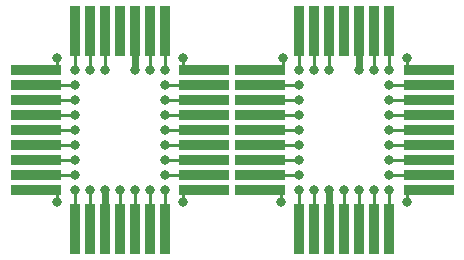
<source format=gbr>
G04 EAGLE Gerber RS-274X export*
G75*
%MOMM*%
%FSLAX34Y34*%
%LPD*%
%INBottom Copper*%
%IPPOS*%
%AMOC8*
5,1,8,0,0,1.08239X$1,22.5*%
G01*
%ADD10R,0.900000X4.200000*%
%ADD11R,4.200000X0.900000*%
%ADD12C,0.254000*%
%ADD13C,0.806400*%
%ADD14C,0.609600*%


D10*
X291600Y198050D03*
X304300Y198050D03*
X317000Y198050D03*
X329700Y198050D03*
D11*
X362850Y165100D03*
X362850Y152400D03*
X362850Y139700D03*
X362850Y127000D03*
X362850Y114300D03*
X362850Y101600D03*
X362850Y88900D03*
X362850Y76200D03*
X362850Y63500D03*
D10*
X329700Y30550D03*
X317000Y30550D03*
X304300Y30550D03*
X291600Y30550D03*
X278900Y30550D03*
X266200Y30550D03*
X253500Y30550D03*
D11*
X220350Y63500D03*
X220350Y76200D03*
X220350Y88900D03*
X220350Y101600D03*
X220350Y114300D03*
X220350Y127000D03*
X220350Y139700D03*
X220350Y152400D03*
X220350Y165100D03*
D10*
X253500Y198050D03*
X266200Y198050D03*
X278900Y198050D03*
X101600Y198050D03*
X114300Y198050D03*
X127000Y198050D03*
X139700Y198050D03*
D11*
X172850Y165100D03*
X172850Y152400D03*
X172850Y139700D03*
X172850Y127000D03*
X172850Y114300D03*
X172850Y101600D03*
X172850Y88900D03*
X172850Y76200D03*
X172850Y63500D03*
D10*
X139700Y30550D03*
X127000Y30550D03*
X114300Y30550D03*
X101600Y30550D03*
X88900Y30550D03*
X76200Y30550D03*
X63500Y30550D03*
D11*
X30350Y63500D03*
X30350Y76200D03*
X30350Y88900D03*
X30350Y101600D03*
X30350Y114300D03*
X30350Y127000D03*
X30350Y139700D03*
X30350Y152400D03*
X30350Y165100D03*
D10*
X63500Y198050D03*
X76200Y198050D03*
X88900Y198050D03*
D12*
X278900Y198050D02*
X278900Y165108D01*
X278892Y165100D01*
D13*
X278892Y165100D03*
D12*
X266200Y165108D02*
X266200Y198050D01*
X266200Y165108D02*
X266192Y165100D01*
D13*
X266192Y165100D03*
D12*
X253500Y165108D02*
X253500Y198050D01*
X253500Y165108D02*
X253492Y165100D01*
D13*
X253492Y165100D03*
X239268Y175260D03*
D12*
X239268Y164592D01*
X220858Y164592D01*
X220350Y165100D01*
X220350Y152400D02*
X253492Y152400D01*
D13*
X253492Y152400D03*
D12*
X253492Y139700D02*
X220350Y139700D01*
D13*
X253492Y139700D03*
D12*
X253492Y127000D02*
X220350Y127000D01*
D13*
X253492Y127000D03*
D12*
X253492Y114300D02*
X220350Y114300D01*
D13*
X253492Y114300D03*
D12*
X253492Y101600D02*
X220350Y101600D01*
D13*
X253492Y101600D03*
D12*
X253492Y88900D02*
X220350Y88900D01*
D13*
X253492Y88900D03*
D12*
X253492Y76200D02*
X220350Y76200D01*
D13*
X253492Y76200D03*
X238252Y53340D03*
D12*
X238252Y62484D01*
X238760Y62992D01*
X238252Y63500D01*
X220350Y63500D01*
X253500Y63492D02*
X253500Y30550D01*
X253500Y63492D02*
X253492Y63500D01*
D13*
X253492Y63500D03*
D12*
X266192Y30558D02*
X266200Y30550D01*
X266192Y30558D02*
X266192Y63500D01*
D13*
X266192Y63500D03*
D12*
X291600Y63492D02*
X291600Y30550D01*
X291600Y63492D02*
X291592Y63500D01*
D13*
X291592Y63500D03*
D12*
X304300Y63492D02*
X304300Y30550D01*
X304300Y63492D02*
X304292Y63500D01*
D13*
X304292Y63500D03*
D12*
X317000Y63492D02*
X317000Y30550D01*
X317000Y63492D02*
X316992Y63500D01*
D13*
X316992Y63500D03*
D12*
X329700Y63492D02*
X329700Y30550D01*
X329700Y63492D02*
X329692Y63500D01*
D13*
X329692Y63500D03*
X344932Y53340D03*
D12*
X344932Y62992D01*
X345440Y63500D01*
X362850Y63500D01*
X362850Y76200D02*
X329692Y76200D01*
D13*
X329692Y76200D03*
D12*
X329692Y88900D02*
X362850Y88900D01*
D13*
X329692Y88900D03*
D12*
X329692Y101600D02*
X362850Y101600D01*
D13*
X329692Y101600D03*
D12*
X329692Y114300D02*
X362850Y114300D01*
D13*
X329692Y114300D03*
D12*
X329692Y127000D02*
X362850Y127000D01*
D13*
X329692Y127000D03*
D12*
X329692Y139700D02*
X362850Y139700D01*
D13*
X329692Y139700D03*
D12*
X329692Y152400D02*
X362850Y152400D01*
D13*
X329692Y152400D03*
X344932Y175260D03*
D12*
X344932Y164592D01*
X362342Y164592D01*
X362850Y165100D01*
X329700Y165108D02*
X329700Y198050D01*
X329700Y165108D02*
X329692Y165100D01*
D13*
X329692Y165100D03*
D12*
X88900Y165100D02*
X88900Y198050D01*
D13*
X88900Y165100D03*
D12*
X76200Y165100D02*
X76200Y198050D01*
D13*
X76200Y165100D03*
D12*
X63500Y165100D02*
X63500Y198050D01*
D13*
X63500Y165100D03*
X48260Y175260D03*
D12*
X48260Y166370D01*
X46990Y165100D01*
X30350Y165100D01*
X30350Y152400D02*
X63500Y152400D01*
D13*
X63500Y152400D03*
D12*
X63500Y139700D02*
X30350Y139700D01*
D13*
X63500Y139700D03*
D12*
X63500Y127000D02*
X30350Y127000D01*
D13*
X63500Y127000D03*
D12*
X63500Y114300D02*
X30350Y114300D01*
D13*
X63500Y114300D03*
D12*
X63500Y101600D02*
X30350Y101600D01*
D13*
X63500Y101600D03*
D12*
X63500Y88900D02*
X30350Y88900D01*
D13*
X63500Y88900D03*
D12*
X63500Y76200D02*
X30350Y76200D01*
D13*
X63500Y76200D03*
X48260Y53340D03*
D12*
X48260Y63500D01*
X30350Y63500D01*
X63500Y63500D02*
X63500Y30550D01*
D13*
X63500Y63500D03*
D12*
X76200Y63500D02*
X76200Y30550D01*
D13*
X76200Y63500D03*
D12*
X101600Y63500D02*
X101600Y30550D01*
D13*
X101600Y63500D03*
D12*
X114300Y63500D02*
X114300Y30550D01*
D13*
X114300Y63500D03*
D12*
X127000Y63500D02*
X127000Y30550D01*
D13*
X127000Y63500D03*
D12*
X139700Y63500D02*
X139700Y30550D01*
D13*
X139700Y63500D03*
X154940Y53340D03*
D12*
X154940Y62230D01*
X156210Y63500D01*
X172850Y63500D01*
X172850Y76200D02*
X139700Y76200D01*
D13*
X139700Y76200D03*
D12*
X139700Y88900D02*
X172850Y88900D01*
D13*
X139700Y88900D03*
D12*
X139700Y101600D02*
X172850Y101600D01*
D13*
X139700Y101600D03*
D12*
X139700Y114300D02*
X172850Y114300D01*
D13*
X139700Y114300D03*
D12*
X139700Y127000D02*
X172850Y127000D01*
D13*
X139700Y127000D03*
D12*
X139700Y139700D02*
X172850Y139700D01*
D13*
X139700Y139700D03*
D12*
X139700Y152400D02*
X172850Y152400D01*
D13*
X139700Y152400D03*
X154940Y175260D03*
D12*
X154940Y165100D01*
X172850Y165100D01*
X139700Y165100D02*
X139700Y198050D01*
D13*
X139700Y165100D03*
D12*
X127000Y165100D02*
X127000Y198050D01*
D13*
X127000Y165100D03*
D12*
X317000Y165108D02*
X317000Y198050D01*
X317000Y165108D02*
X316992Y165100D01*
D13*
X316992Y165100D03*
X278892Y63500D03*
D14*
X278892Y30558D01*
X278900Y30550D01*
X88900Y30550D02*
X88900Y63500D01*
D13*
X88900Y63500D03*
D14*
X304300Y165108D02*
X304300Y198050D01*
X304300Y165108D02*
X304292Y165100D01*
D13*
X304292Y165100D03*
D14*
X114300Y165100D02*
X114300Y198050D01*
D13*
X114300Y165100D03*
M02*

</source>
